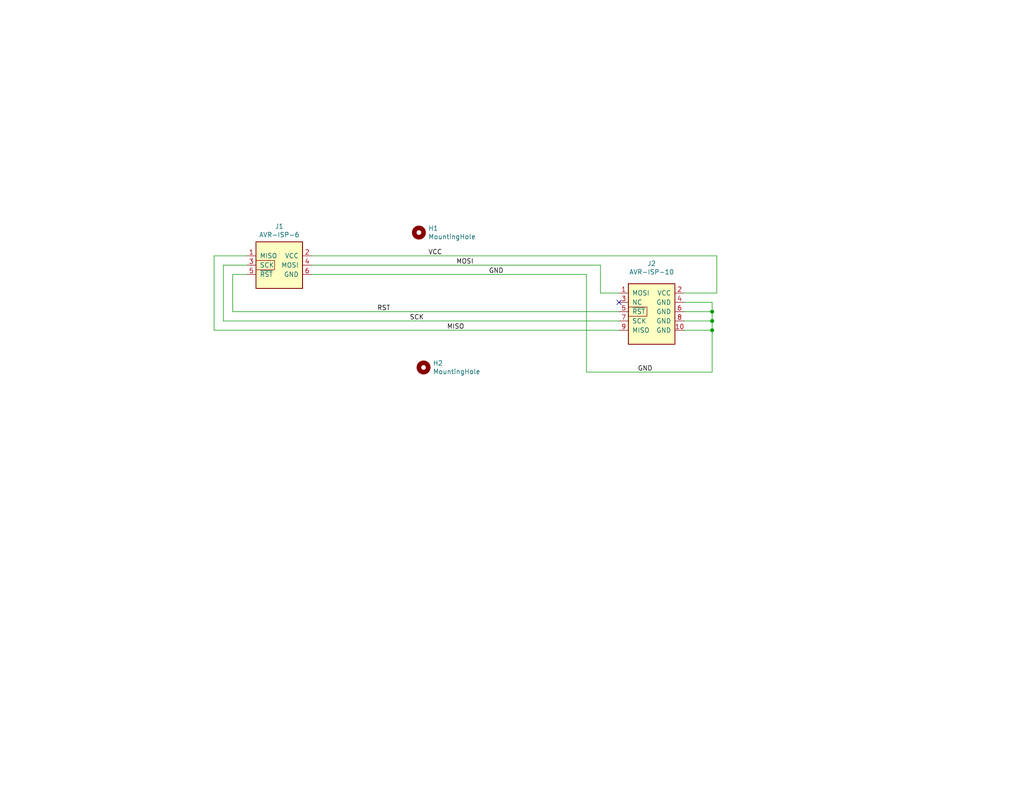
<source format=kicad_sch>
(kicad_sch (version 20211123) (generator eeschema)
  (paper "A")
  (title_block (title "ISP SMT Pogo") (date "2021-11-02") (rev "A") (comment 2 "ISP-0002") (comment 3 "R WRIGHT/C SUNDRA"))
  (lib_symbols
    (symbol "Alpenglow:AVR-ISP-10" (pin_names (offset 1.016))
      (property "Reference" "J" (at 3.81 11.43 0))
      (property "Value" "AVR-ISP-10" (at -7.62 -8.89 0))
      (symbol "AVR-ISP-10_0_1"
        (rectangle (start -7.62 2.54) (end -2.54 0))
        (rectangle (start -7.62 8.89) (end 5.08 -7.62) (stroke (width 0.254)) (fill (type background)))
      )
      (symbol "AVR-ISP-10_1_1"
        (pin passive line (at -10.16 6.35 0) (length 2.54) (name "MOSI") (number "1"))
        (pin passive line (at 7.62 -3.81 180) (length 2.54) (name "GND") (number "10"))
        (pin passive line (at 7.62 6.35 180) (length 2.54) (name "VCC") (number "2"))
        (pin passive line (at -10.16 3.81 0) (length 2.54) (name "NC") (number "3"))
        (pin passive line (at 7.62 3.81 180) (length 2.54) (name "GND") (number "4"))
        (pin passive line (at -10.16 1.27 0) (length 2.54) (name "~{RST}") (number "5"))
        (pin passive line (at 7.62 1.27 180) (length 2.54) (name "GND") (number "6"))
        (pin passive line (at -10.16 -1.27 0) (length 2.54) (name "SCK") (number "7"))
        (pin passive line (at 7.62 -1.27 180) (length 2.54) (name "GND") (number "8"))
        (pin passive line (at -10.16 -3.81 0) (length 2.54) (name "MISO") (number "9"))
      )
    )
    (symbol "Alpenglow:AVR-ISP-6" (pin_names (offset 1.016))
      (property "Reference" "J" (at 3.81 11.43 0))
      (property "Value" "AVR-ISP-6" (at -6.35 -3.81 0))
      (symbol "AVR-ISP-6_0_1"
        (rectangle (start -7.62 5.08) (end -2.54 2.54))
        (rectangle (start 5.08 10.16) (end -7.62 -2.54) (stroke (width 0.254)) (fill (type background)))
      )
      (symbol "AVR-ISP-6_1_1"
        (pin passive line (at -10.16 6.35 0) (length 2.54) (name "MISO") (number "1"))
        (pin passive line (at 7.62 6.35 180) (length 2.54) (name "VCC") (number "2"))
        (pin passive line (at -10.16 3.81 0) (length 2.54) (name "SCK") (number "3"))
        (pin passive line (at 7.62 3.81 180) (length 2.54) (name "MOSI") (number "4"))
        (pin passive line (at -10.16 1.27 0) (length 2.54) (name "~{RST}") (number "5"))
        (pin passive line (at 7.62 1.27 180) (length 2.54) (name "GND") (number "6"))
      )
    )
    (symbol "Mechanical:MountingHole" (pin_names (offset 1.016))
      (property "Reference" "H" (at 0 5.08 0))
      (property "Value" "MountingHole" (at 0 3.175 0))
      (symbol "MountingHole_0_1"
        (circle (center 0 0) (radius 1.27) (stroke (width 1.27)))
      )
    )
  )
  (junction (at 194.31 85.09))
  (junction (at 194.31 87.63))
  (junction (at 194.31 90.17))
  (no_connect (at 168.91 82.55))
  (wire (pts (xy 194.31 90.17) (xy 194.31 87.63)))
  (wire (pts (xy 163.83 80.01) (xy 168.91 80.01)))
  (wire (pts (xy 60.96 72.39) (xy 60.96 87.63)))
  (wire (pts (xy 67.31 74.93) (xy 63.5 74.93)))
  (wire (pts (xy 186.69 85.09) (xy 194.31 85.09)))
  (wire (pts (xy 194.31 101.6) (xy 194.31 90.17)))
  (wire (pts (xy 186.69 87.63) (xy 194.31 87.63)))
  (wire (pts (xy 63.5 85.09) (xy 168.91 85.09)))
  (wire (pts (xy 58.42 90.17) (xy 58.42 69.85)))
  (wire (pts (xy 168.91 90.17) (xy 58.42 90.17)))
  (wire (pts (xy 195.58 69.85) (xy 195.58 80.01)))
  (wire (pts (xy 194.31 87.63) (xy 194.31 85.09)))
  (wire (pts (xy 194.31 82.55) (xy 186.69 82.55)))
  (wire (pts (xy 85.09 74.93) (xy 160.02 74.93)))
  (wire (pts (xy 85.09 69.85) (xy 195.58 69.85)))
  (wire (pts (xy 67.31 72.39) (xy 60.96 72.39)))
  (wire (pts (xy 194.31 85.09) (xy 194.31 82.55)))
  (wire (pts (xy 195.58 80.01) (xy 186.69 80.01)))
  (wire (pts (xy 160.02 101.6) (xy 194.31 101.6)))
  (wire (pts (xy 85.09 72.39) (xy 163.83 72.39)))
  (wire (pts (xy 58.42 69.85) (xy 67.31 69.85)))
  (wire (pts (xy 186.69 90.17) (xy 194.31 90.17)))
  (wire (pts (xy 63.5 74.93) (xy 63.5 85.09)))
  (wire (pts (xy 60.96 87.63) (xy 168.91 87.63)))
  (wire (pts (xy 160.02 74.93) (xy 160.02 101.6)))
  (wire (pts (xy 163.83 72.39) (xy 163.83 80.01)))
  (label "GND" (at 133.35 74.93 0))
  (label "GND" (at 173.99 101.6 0))
  (label "MISO" (at 121.92 90.17 0))
  (label "RST" (at 102.87 85.09 0))
  (label "SCK" (at 111.76 87.63 0))
  (label "MOSI" (at 124.46 72.39 0))
  (label "VCC" (at 116.84 69.85 0))
  (symbol (lib_id "Alpenglow:AVR-ISP-6") (at 77.47 76.2 0) (unit 1)
    (property "Reference" "J1" (at 76.2 61.7982 0))
    (property "Value" "AVR-ISP-6" (at 76.2 64.1096 0))
    (property "Footprint" "Alpenglow:CONN-ISP-Pogo" (effects hide))
    (property "Datasheet" " ~" (effects hide))
  )
  (symbol (lib_id "Alpenglow:AVR-ISP-10") (at 179.07 86.36 0) (unit 1)
    (property "Reference" "J2" (at 177.8 71.9582 0))
    (property "Value" "AVR-ISP-10" (at 177.8 74.2696 0))
    (property "Footprint" "Connector_IDC:IDC-Header_2x05_P2.54mm_Vertical" (effects hide))
    (property "Datasheet" " ~" (effects hide))
  )
  (symbol (lib_id "Mechanical:MountingHole") (at 115.57 100.33 0) (unit 1)
    (property "Reference" "H2" (at 118.11 99.1616 0) (effects (justify left)))
    (property "Value" "MountingHole" (at 118.11 101.473 0) (effects (justify left)))
    (property "Footprint" "Alpenglow:MNTG-HOLE-440" (effects hide))
  )
  (symbol (lib_id "Mechanical:MountingHole") (at 114.3 63.5 0) (unit 1)
    (property "Reference" "H1" (at 116.84 62.3316 0) (effects (justify left)))
    (property "Value" "MountingHole" (at 116.84 64.643 0) (effects (justify left)))
    (property "Footprint" "Alpenglow:MNTG-HOLE-440" (effects hide))
  )
)
</source>
